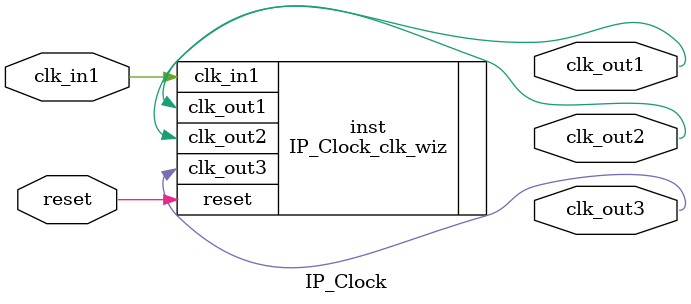
<source format=v>


`timescale 1ps/1ps

(* CORE_GENERATION_INFO = "IP_Clock,clk_wiz_v6_0_9_0_0,{component_name=IP_Clock,use_phase_alignment=true,use_min_o_jitter=false,use_max_i_jitter=false,use_dyn_phase_shift=false,use_inclk_switchover=false,use_dyn_reconfig=false,enable_axi=0,feedback_source=FDBK_AUTO,PRIMITIVE=MMCM,num_out_clk=3,clkin1_period=20.000,clkin2_period=10.0,use_power_down=false,use_reset=true,use_locked=false,use_inclk_stopped=false,feedback_type=SINGLE,CLOCK_MGR_TYPE=NA,manual_override=false}" *)

module IP_Clock 
 (
  // Clock out ports
  output        clk_out1,
  output        clk_out2,
  output        clk_out3,
  // Status and control signals
  input         reset,
 // Clock in ports
  input         clk_in1
 );

  IP_Clock_clk_wiz inst
  (
  // Clock out ports  
  .clk_out1(clk_out1),
  .clk_out2(clk_out2),
  .clk_out3(clk_out3),
  // Status and control signals               
  .reset(reset), 
 // Clock in ports
  .clk_in1(clk_in1)
  );

endmodule

</source>
